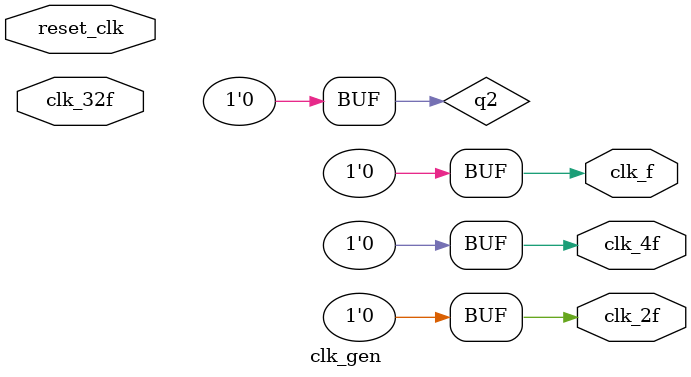
<source format=v>
/* Generated by Yosys 0.9 (git sha1 1979e0b) */

(* top =  1  *)
(* src = "lib/clk_gen.v:8" *)
module clk_gen(clk_f, clk_2f, clk_4f, clk_32f, reset_clk);
  (* src = "lib/clk_gen.v:9" *)
  output clk_2f;
  (* src = "lib/clk_gen.v:11" *)
  input clk_32f;
  (* src = "lib/clk_gen.v:10" *)
  output clk_4f;
  (* src = "lib/clk_gen.v:8" *)
  output clk_f;
  (* src = "lib/clk_gen.v:14" *)
  wire q2;
  (* src = "lib/clk_gen.v:12" *)
  input reset_clk;
  assign clk_2f = 1'h0;
  assign clk_4f = 1'h0;
  assign clk_f = 1'h0;
  assign q2 = 1'h0;
endmodule

</source>
